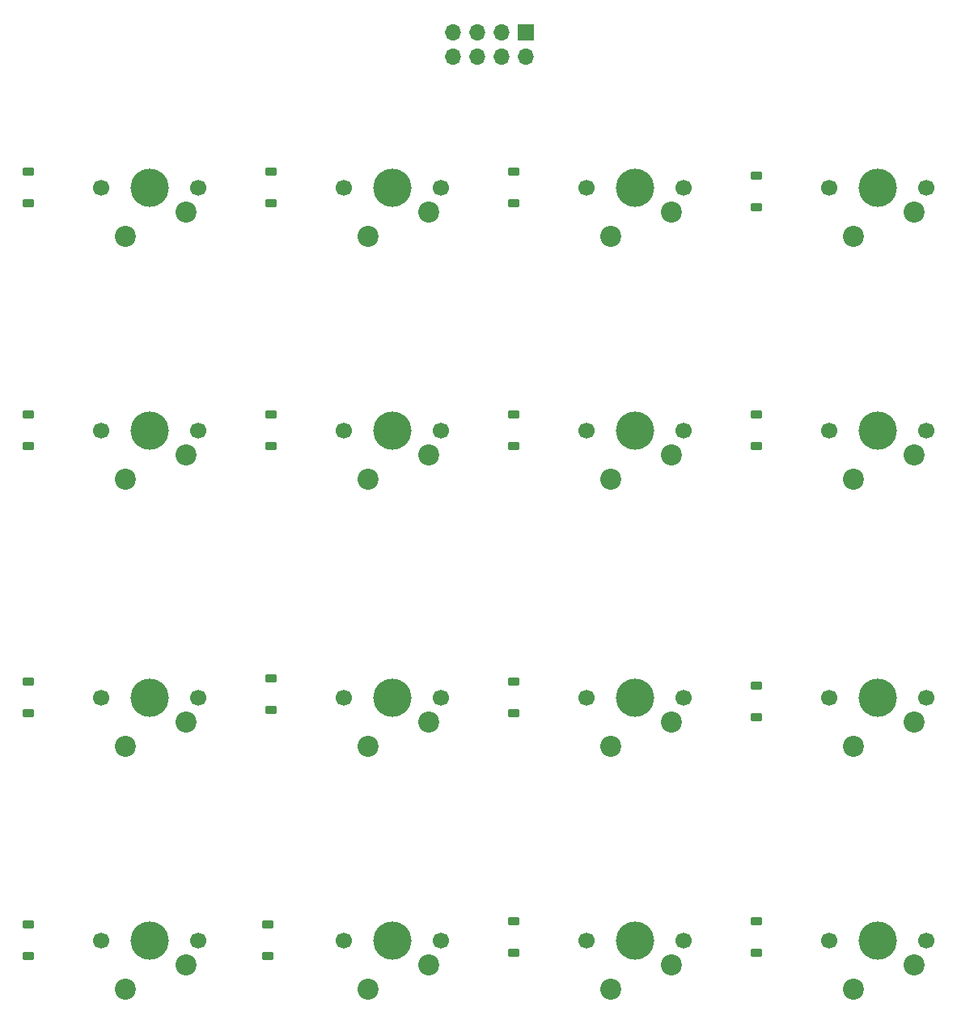
<source format=gbr>
%TF.GenerationSoftware,KiCad,Pcbnew,7.0.9-7.0.9~ubuntu22.04.1*%
%TF.CreationDate,2023-12-14T14:55:04+01:00*%
%TF.ProjectId,odooPad,6f646f6f-5061-4642-9e6b-696361645f70,rev?*%
%TF.SameCoordinates,Original*%
%TF.FileFunction,Soldermask,Bot*%
%TF.FilePolarity,Negative*%
%FSLAX46Y46*%
G04 Gerber Fmt 4.6, Leading zero omitted, Abs format (unit mm)*
G04 Created by KiCad (PCBNEW 7.0.9-7.0.9~ubuntu22.04.1) date 2023-12-14 14:55:04*
%MOMM*%
%LPD*%
G01*
G04 APERTURE LIST*
G04 Aperture macros list*
%AMRoundRect*
0 Rectangle with rounded corners*
0 $1 Rounding radius*
0 $2 $3 $4 $5 $6 $7 $8 $9 X,Y pos of 4 corners*
0 Add a 4 corners polygon primitive as box body*
4,1,4,$2,$3,$4,$5,$6,$7,$8,$9,$2,$3,0*
0 Add four circle primitives for the rounded corners*
1,1,$1+$1,$2,$3*
1,1,$1+$1,$4,$5*
1,1,$1+$1,$6,$7*
1,1,$1+$1,$8,$9*
0 Add four rect primitives between the rounded corners*
20,1,$1+$1,$2,$3,$4,$5,0*
20,1,$1+$1,$4,$5,$6,$7,0*
20,1,$1+$1,$6,$7,$8,$9,0*
20,1,$1+$1,$8,$9,$2,$3,0*%
G04 Aperture macros list end*
%ADD10R,1.700000X1.700000*%
%ADD11O,1.700000X1.700000*%
%ADD12C,1.700000*%
%ADD13C,4.000000*%
%ADD14C,2.200000*%
%ADD15RoundRect,0.225000X-0.375000X0.225000X-0.375000X-0.225000X0.375000X-0.225000X0.375000X0.225000X0*%
G04 APERTURE END LIST*
D10*
%TO.C,Connector1*%
X146050000Y-34560000D03*
D11*
X146050000Y-37100000D03*
X143510000Y-34560000D03*
X143510000Y-37100000D03*
X140970000Y-34560000D03*
X140970000Y-37100000D03*
X138430000Y-34560000D03*
X138430000Y-37100000D03*
%TD*%
D12*
%TO.C,SW12*%
X162560000Y-129540000D03*
D13*
X157480000Y-129540000D03*
D12*
X152400000Y-129540000D03*
D14*
X154940000Y-134620000D03*
X161290000Y-132080000D03*
%TD*%
D12*
%TO.C,SW13*%
X187960000Y-50800000D03*
D13*
X182880000Y-50800000D03*
D12*
X177800000Y-50800000D03*
D14*
X180340000Y-55880000D03*
X186690000Y-53340000D03*
%TD*%
D12*
%TO.C,SW6*%
X137160000Y-76200000D03*
D13*
X132080000Y-76200000D03*
D12*
X127000000Y-76200000D03*
D14*
X129540000Y-81280000D03*
X135890000Y-78740000D03*
%TD*%
%TO.C,SW1*%
X110490000Y-53340000D03*
X104140000Y-55880000D03*
D12*
X101600000Y-50800000D03*
D13*
X106680000Y-50800000D03*
D12*
X111760000Y-50800000D03*
%TD*%
%TO.C,SW15*%
X187960000Y-104140000D03*
D13*
X182880000Y-104140000D03*
D12*
X177800000Y-104140000D03*
D14*
X180340000Y-109220000D03*
X186690000Y-106680000D03*
%TD*%
D12*
%TO.C,SW16*%
X187960000Y-129540000D03*
D13*
X182880000Y-129540000D03*
D12*
X177800000Y-129540000D03*
D14*
X180340000Y-134620000D03*
X186690000Y-132080000D03*
%TD*%
D12*
%TO.C,SW9*%
X162560000Y-50800000D03*
D13*
X157480000Y-50800000D03*
D12*
X152400000Y-50800000D03*
D14*
X154940000Y-55880000D03*
X161290000Y-53340000D03*
%TD*%
D12*
%TO.C,SW8*%
X137160000Y-129540000D03*
D13*
X132080000Y-129540000D03*
D12*
X127000000Y-129540000D03*
D14*
X129540000Y-134620000D03*
X135890000Y-132080000D03*
%TD*%
D12*
%TO.C,SW5*%
X137160000Y-50800000D03*
D13*
X132080000Y-50800000D03*
D12*
X127000000Y-50800000D03*
D14*
X129540000Y-55880000D03*
X135890000Y-53340000D03*
%TD*%
D12*
%TO.C,SW7*%
X137160000Y-104140000D03*
D13*
X132080000Y-104140000D03*
D12*
X127000000Y-104140000D03*
D14*
X129540000Y-109220000D03*
X135890000Y-106680000D03*
%TD*%
D12*
%TO.C,SW14*%
X187960000Y-76200000D03*
D13*
X182880000Y-76200000D03*
D12*
X177800000Y-76200000D03*
D14*
X180340000Y-81280000D03*
X186690000Y-78740000D03*
%TD*%
D12*
%TO.C,SW3*%
X111760000Y-104140000D03*
D13*
X106680000Y-104140000D03*
D12*
X101600000Y-104140000D03*
D14*
X104140000Y-109220000D03*
X110490000Y-106680000D03*
%TD*%
D12*
%TO.C,SW11*%
X162560000Y-104140000D03*
D13*
X157480000Y-104140000D03*
D12*
X152400000Y-104140000D03*
D14*
X154940000Y-109220000D03*
X161290000Y-106680000D03*
%TD*%
D12*
%TO.C,SW4*%
X111760000Y-129540000D03*
D13*
X106680000Y-129540000D03*
D12*
X101600000Y-129540000D03*
D14*
X104140000Y-134620000D03*
X110490000Y-132080000D03*
%TD*%
D12*
%TO.C,SW10*%
X162560000Y-76200000D03*
D13*
X157480000Y-76200000D03*
D12*
X152400000Y-76200000D03*
D14*
X154940000Y-81280000D03*
X161290000Y-78740000D03*
%TD*%
D12*
%TO.C,SW2*%
X111760000Y-76200000D03*
D13*
X106680000Y-76200000D03*
D12*
X101600000Y-76200000D03*
D14*
X104140000Y-81280000D03*
X110490000Y-78740000D03*
%TD*%
D15*
%TO.C,D9*%
X144780000Y-49150000D03*
X144780000Y-52450000D03*
%TD*%
%TO.C,D6*%
X119380000Y-74550000D03*
X119380000Y-77850000D03*
%TD*%
%TO.C,D3*%
X93980000Y-102490000D03*
X93980000Y-105790000D03*
%TD*%
%TO.C,D15*%
X170180000Y-102870000D03*
X170180000Y-106170000D03*
%TD*%
%TO.C,D5*%
X119380000Y-52450000D03*
X119380000Y-49150000D03*
%TD*%
%TO.C,D10*%
X144780000Y-74550000D03*
X144780000Y-77850000D03*
%TD*%
%TO.C,D16*%
X170180000Y-127510000D03*
X170180000Y-130810000D03*
%TD*%
%TO.C,D8*%
X119000000Y-127890000D03*
X119000000Y-131190000D03*
%TD*%
%TO.C,D11*%
X144780000Y-102490000D03*
X144780000Y-105790000D03*
%TD*%
%TO.C,D1*%
X93980000Y-52450000D03*
X93980000Y-49150000D03*
%TD*%
%TO.C,D12*%
X144780000Y-127510000D03*
X144780000Y-130810000D03*
%TD*%
%TO.C,D13*%
X170180000Y-49530000D03*
X170180000Y-52830000D03*
%TD*%
%TO.C,D7*%
X119380000Y-102110000D03*
X119380000Y-105410000D03*
%TD*%
%TO.C,D4*%
X93980000Y-127890000D03*
X93980000Y-131190000D03*
%TD*%
%TO.C,D14*%
X170180000Y-74550000D03*
X170180000Y-77850000D03*
%TD*%
%TO.C,D2*%
X93980000Y-74550000D03*
X93980000Y-77850000D03*
%TD*%
M02*

</source>
